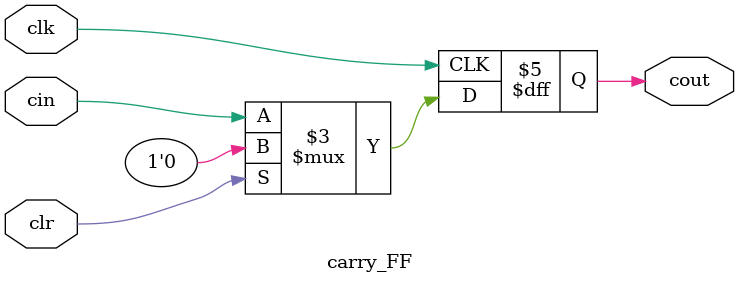
<source format=v>

module carry_FF(
	input clk,
	input clr,
	input cin,
	output reg cout
);


always @(posedge clk)
	begin
	
		if (clr)
			cout <= 1'b0;
			
		else
			cout <= cin;
	
	end


endmodule

</source>
